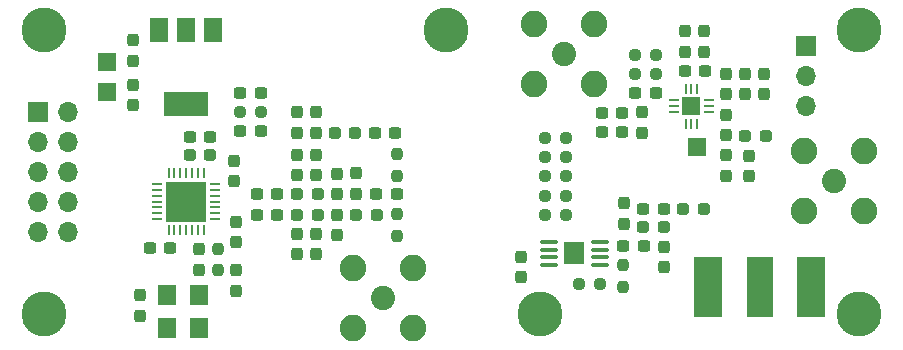
<source format=gts>
%TF.GenerationSoftware,KiCad,Pcbnew,6.0.0*%
%TF.CreationDate,2022-01-11T02:49:15-08:00*%
%TF.ProjectId,ax5043,61783530-3433-42e6-9b69-6361645f7063,rev?*%
%TF.SameCoordinates,Original*%
%TF.FileFunction,Soldermask,Top*%
%TF.FilePolarity,Negative*%
%FSLAX46Y46*%
G04 Gerber Fmt 4.6, Leading zero omitted, Abs format (unit mm)*
G04 Created by KiCad (PCBNEW 6.0.0) date 2022-01-11 02:49:15*
%MOMM*%
%LPD*%
G01*
G04 APERTURE LIST*
G04 Aperture macros list*
%AMRoundRect*
0 Rectangle with rounded corners*
0 $1 Rounding radius*
0 $2 $3 $4 $5 $6 $7 $8 $9 X,Y pos of 4 corners*
0 Add a 4 corners polygon primitive as box body*
4,1,4,$2,$3,$4,$5,$6,$7,$8,$9,$2,$3,0*
0 Add four circle primitives for the rounded corners*
1,1,$1+$1,$2,$3*
1,1,$1+$1,$4,$5*
1,1,$1+$1,$6,$7*
1,1,$1+$1,$8,$9*
0 Add four rect primitives between the rounded corners*
20,1,$1+$1,$2,$3,$4,$5,0*
20,1,$1+$1,$4,$5,$6,$7,0*
20,1,$1+$1,$6,$7,$8,$9,0*
20,1,$1+$1,$8,$9,$2,$3,0*%
G04 Aperture macros list end*
%ADD10RoundRect,0.237500X-0.237500X0.300000X-0.237500X-0.300000X0.237500X-0.300000X0.237500X0.300000X0*%
%ADD11RoundRect,0.237500X0.237500X-0.300000X0.237500X0.300000X-0.237500X0.300000X-0.237500X-0.300000X0*%
%ADD12RoundRect,0.237500X-0.300000X-0.237500X0.300000X-0.237500X0.300000X0.237500X-0.300000X0.237500X0*%
%ADD13RoundRect,0.237500X0.300000X0.237500X-0.300000X0.237500X-0.300000X-0.237500X0.300000X-0.237500X0*%
%ADD14C,2.600000*%
%ADD15C,3.800000*%
%ADD16RoundRect,0.062500X0.337500X0.062500X-0.337500X0.062500X-0.337500X-0.062500X0.337500X-0.062500X0*%
%ADD17RoundRect,0.062500X0.062500X0.337500X-0.062500X0.337500X-0.062500X-0.337500X0.062500X-0.337500X0*%
%ADD18R,3.350000X3.350000*%
%ADD19RoundRect,0.237500X-0.287500X-0.237500X0.287500X-0.237500X0.287500X0.237500X-0.287500X0.237500X0*%
%ADD20RoundRect,0.237500X-0.237500X0.287500X-0.237500X-0.287500X0.237500X-0.287500X0.237500X0.287500X0*%
%ADD21RoundRect,0.062500X-0.350000X-0.062500X0.350000X-0.062500X0.350000X0.062500X-0.350000X0.062500X0*%
%ADD22RoundRect,0.062500X-0.062500X-0.350000X0.062500X-0.350000X0.062500X0.350000X-0.062500X0.350000X0*%
%ADD23R,1.650000X1.650000*%
%ADD24RoundRect,0.237500X0.237500X-0.287500X0.237500X0.287500X-0.237500X0.287500X-0.237500X-0.287500X0*%
%ADD25R,1.700000X1.700000*%
%ADD26O,1.700000X1.700000*%
%ADD27R,1.540000X1.800000*%
%ADD28RoundRect,0.237500X0.250000X0.237500X-0.250000X0.237500X-0.250000X-0.237500X0.250000X-0.237500X0*%
%ADD29R,1.500000X1.500000*%
%ADD30RoundRect,0.237500X0.237500X-0.250000X0.237500X0.250000X-0.237500X0.250000X-0.237500X-0.250000X0*%
%ADD31RoundRect,0.237500X-0.237500X0.250000X-0.237500X-0.250000X0.237500X-0.250000X0.237500X0.250000X0*%
%ADD32RoundRect,0.237500X-0.250000X-0.237500X0.250000X-0.237500X0.250000X0.237500X-0.250000X0.237500X0*%
%ADD33RoundRect,0.237500X0.287500X0.237500X-0.287500X0.237500X-0.287500X-0.237500X0.287500X-0.237500X0*%
%ADD34R,2.290000X5.080000*%
%ADD35R,2.420000X5.080000*%
%ADD36C,2.050000*%
%ADD37C,2.250000*%
%ADD38RoundRect,0.100000X0.625000X0.100000X-0.625000X0.100000X-0.625000X-0.100000X0.625000X-0.100000X0*%
%ADD39R,1.680000X1.880000*%
%ADD40R,1.500000X2.000000*%
%ADD41R,3.800000X2.000000*%
G04 APERTURE END LIST*
D10*
%TO.C,C101*%
X60500000Y-53837500D03*
X60500000Y-55562500D03*
%TD*%
D11*
%TO.C,C210*%
X112700000Y-65362500D03*
X112700000Y-63637500D03*
%TD*%
D12*
%TO.C,C116*%
X71037500Y-68600000D03*
X72762500Y-68600000D03*
%TD*%
D13*
%TO.C,C120*%
X82862500Y-66900000D03*
X81137500Y-66900000D03*
%TD*%
D12*
%TO.C,C107*%
X69637500Y-61500000D03*
X71362500Y-61500000D03*
%TD*%
D14*
%TO.C,H201*%
X95000000Y-77000000D03*
D15*
X95000000Y-77000000D03*
%TD*%
D16*
%TO.C,U103*%
X67500000Y-69000000D03*
X67500000Y-68500000D03*
X67500000Y-68000000D03*
X67500000Y-67500000D03*
X67500000Y-67000000D03*
X67500000Y-66500000D03*
X67500000Y-66000000D03*
D17*
X66550000Y-65050000D03*
X66050000Y-65050000D03*
X65550000Y-65050000D03*
X65050000Y-65050000D03*
X64550000Y-65050000D03*
X64050000Y-65050000D03*
X63550000Y-65050000D03*
D16*
X62600000Y-66000000D03*
X62600000Y-66500000D03*
X62600000Y-67000000D03*
X62600000Y-67500000D03*
X62600000Y-68000000D03*
X62600000Y-68500000D03*
X62600000Y-69000000D03*
D17*
X63550000Y-69950000D03*
X64050000Y-69950000D03*
X64550000Y-69950000D03*
X65050000Y-69950000D03*
X65550000Y-69950000D03*
X66050000Y-69950000D03*
X66550000Y-69950000D03*
D18*
X65050000Y-67500000D03*
%TD*%
D10*
%TO.C,C204*%
X108843750Y-53075000D03*
X108843750Y-54800000D03*
%TD*%
D19*
%TO.C,L204*%
X112368750Y-61937500D03*
X114118750Y-61937500D03*
%TD*%
D20*
%TO.C,L205*%
X110743750Y-63562500D03*
X110743750Y-65312500D03*
%TD*%
D21*
%TO.C,U201*%
X106356250Y-58937500D03*
X106356250Y-59437500D03*
X106356250Y-59937500D03*
D22*
X107318750Y-60900000D03*
X107818750Y-60900000D03*
X108318750Y-60900000D03*
D21*
X109281250Y-59937500D03*
X109281250Y-59437500D03*
X109281250Y-58937500D03*
D22*
X108318750Y-57975000D03*
X107818750Y-57975000D03*
X107318750Y-57975000D03*
D23*
X107818750Y-59437500D03*
%TD*%
D12*
%TO.C,C115*%
X71037500Y-66900000D03*
X72762500Y-66900000D03*
%TD*%
D24*
%TO.C,L109*%
X79400000Y-66875000D03*
X79400000Y-65125000D03*
%TD*%
D13*
%TO.C,C202*%
X101981250Y-60037500D03*
X100256250Y-60037500D03*
%TD*%
D19*
%TO.C,L111*%
X107125000Y-68100000D03*
X108875000Y-68100000D03*
%TD*%
D25*
%TO.C,J203*%
X117500000Y-54375000D03*
D26*
X117500000Y-56915000D03*
X117500000Y-59455000D03*
%TD*%
D10*
%TO.C,C206*%
X93400000Y-72175000D03*
X93400000Y-73900000D03*
%TD*%
D19*
%TO.C,L106*%
X74425000Y-66900000D03*
X76175000Y-66900000D03*
%TD*%
D25*
%TO.C,J101*%
X52460000Y-59920000D03*
D26*
X55000000Y-59920000D03*
X52460000Y-62460000D03*
X55000000Y-62460000D03*
X52460000Y-65000000D03*
X55000000Y-65000000D03*
X52460000Y-67540000D03*
X55000000Y-67540000D03*
X52460000Y-70080000D03*
X55000000Y-70080000D03*
%TD*%
D27*
%TO.C,U102*%
X63460000Y-78200000D03*
X66140000Y-78200000D03*
X66140000Y-75400000D03*
X63460000Y-75400000D03*
%TD*%
D11*
%TO.C,C106*%
X69300000Y-75062500D03*
X69300000Y-73337500D03*
%TD*%
D10*
%TO.C,C119*%
X77800000Y-68637500D03*
X77800000Y-70362500D03*
%TD*%
%TO.C,C209*%
X113943750Y-56675000D03*
X113943750Y-58400000D03*
%TD*%
D20*
%TO.C,L103*%
X74400000Y-70225000D03*
X74400000Y-71975000D03*
%TD*%
D28*
%TO.C,R203*%
X97212500Y-65300000D03*
X95387500Y-65300000D03*
%TD*%
D29*
%TO.C,TP201*%
X108300000Y-62900000D03*
%TD*%
D10*
%TO.C,C123*%
X102100000Y-67637500D03*
X102100000Y-69362500D03*
%TD*%
D30*
%TO.C,R102*%
X67700000Y-73312500D03*
X67700000Y-71487500D03*
%TD*%
D28*
%TO.C,C121*%
X100112500Y-74500000D03*
X98287500Y-74500000D03*
%TD*%
D29*
%TO.C,TP102*%
X58300000Y-58200000D03*
%TD*%
D31*
%TO.C,R104*%
X82900000Y-63487500D03*
X82900000Y-65312500D03*
%TD*%
D32*
%TO.C,R202*%
X95387500Y-63700000D03*
X97212500Y-63700000D03*
%TD*%
D12*
%TO.C,C203*%
X103056250Y-58337500D03*
X104781250Y-58337500D03*
%TD*%
D32*
%TO.C,R103*%
X95387500Y-68600000D03*
X97212500Y-68600000D03*
%TD*%
D10*
%TO.C,C207*%
X110743750Y-60175000D03*
X110743750Y-61900000D03*
%TD*%
D15*
%TO.C,H101*%
X53000000Y-77000000D03*
D14*
X53000000Y-77000000D03*
%TD*%
D20*
%TO.C,L203*%
X110743750Y-56662500D03*
X110743750Y-58412500D03*
%TD*%
D24*
%TO.C,L202*%
X107243750Y-54812500D03*
X107243750Y-53062500D03*
%TD*%
D33*
%TO.C,L108*%
X81175000Y-68600000D03*
X79425000Y-68600000D03*
%TD*%
D10*
%TO.C,C118*%
X77800000Y-65137500D03*
X77800000Y-66862500D03*
%TD*%
%TO.C,C114*%
X76000000Y-70237500D03*
X76000000Y-71962500D03*
%TD*%
D34*
%TO.C,J103*%
X113600000Y-74730000D03*
D35*
X109220000Y-74730000D03*
X117980000Y-74730000D03*
%TD*%
D14*
%TO.C,H102*%
X53000000Y-53000000D03*
D15*
X53000000Y-53000000D03*
%TD*%
D31*
%TO.C,R105*%
X102000000Y-72887500D03*
X102000000Y-74712500D03*
%TD*%
D15*
%TO.C,H203*%
X122000000Y-53000000D03*
D14*
X122000000Y-53000000D03*
%TD*%
D11*
%TO.C,C110*%
X69300000Y-70962500D03*
X69300000Y-69237500D03*
%TD*%
D28*
%TO.C,R206*%
X97212500Y-67000000D03*
X95387500Y-67000000D03*
%TD*%
D19*
%TO.C,L107*%
X74425000Y-68600000D03*
X76175000Y-68600000D03*
%TD*%
D10*
%TO.C,C111*%
X69100000Y-64037500D03*
X69100000Y-65762500D03*
%TD*%
D36*
%TO.C,J102*%
X81700000Y-75700000D03*
D37*
X79160000Y-78240000D03*
X84240000Y-78240000D03*
X84240000Y-73160000D03*
X79160000Y-73160000D03*
%TD*%
D19*
%TO.C,L101*%
X65325000Y-63600000D03*
X67075000Y-63600000D03*
%TD*%
D24*
%TO.C,L104*%
X76000000Y-61675000D03*
X76000000Y-59925000D03*
%TD*%
D36*
%TO.C,J201*%
X97000000Y-55000000D03*
D37*
X94460000Y-52460000D03*
X94460000Y-57540000D03*
X99540000Y-52460000D03*
X99540000Y-57540000D03*
%TD*%
D32*
%TO.C,R205*%
X103006250Y-55137500D03*
X104831250Y-55137500D03*
%TD*%
D10*
%TO.C,C208*%
X112343750Y-56675000D03*
X112343750Y-58400000D03*
%TD*%
D19*
%TO.C,L105*%
X77625000Y-61700000D03*
X79375000Y-61700000D03*
%TD*%
D32*
%TO.C,R204*%
X103006250Y-56737500D03*
X104831250Y-56737500D03*
%TD*%
D13*
%TO.C,C104*%
X71362500Y-58300000D03*
X69637500Y-58300000D03*
%TD*%
D12*
%TO.C,C124*%
X103737500Y-68100000D03*
X105462500Y-68100000D03*
%TD*%
%TO.C,C205*%
X107256250Y-56437500D03*
X108981250Y-56437500D03*
%TD*%
D10*
%TO.C,C103*%
X61100000Y-75437500D03*
X61100000Y-77162500D03*
%TD*%
D29*
%TO.C,TP101*%
X58300000Y-55700000D03*
%TD*%
D31*
%TO.C,R106*%
X82900000Y-68587500D03*
X82900000Y-70412500D03*
%TD*%
D32*
%TO.C,R201*%
X95387500Y-62100000D03*
X97212500Y-62100000D03*
%TD*%
D20*
%TO.C,L102*%
X74400000Y-63525000D03*
X74400000Y-65275000D03*
%TD*%
D38*
%TO.C,U104*%
X100050000Y-72875000D03*
X100050000Y-72225000D03*
X100050000Y-71575000D03*
X100050000Y-70925000D03*
X95750000Y-70925000D03*
X95750000Y-71575000D03*
X95750000Y-72225000D03*
X95750000Y-72875000D03*
D39*
X97900000Y-71900000D03*
%TD*%
D11*
%TO.C,C105*%
X66100000Y-73262500D03*
X66100000Y-71537500D03*
%TD*%
D10*
%TO.C,C113*%
X76000000Y-63537500D03*
X76000000Y-65262500D03*
%TD*%
D14*
%TO.C,H202*%
X122000000Y-77000000D03*
D15*
X122000000Y-77000000D03*
%TD*%
D13*
%TO.C,C201*%
X101981250Y-61637500D03*
X100256250Y-61637500D03*
%TD*%
D36*
%TO.C,J202*%
X119900000Y-65800000D03*
D37*
X122440000Y-63260000D03*
X117360000Y-68340000D03*
X122440000Y-68340000D03*
X117360000Y-63260000D03*
%TD*%
D19*
%TO.C,L110*%
X103725000Y-69700000D03*
X105475000Y-69700000D03*
%TD*%
D10*
%TO.C,C125*%
X105500000Y-71337500D03*
X105500000Y-73062500D03*
%TD*%
D24*
%TO.C,L201*%
X103618750Y-61712500D03*
X103618750Y-59962500D03*
%TD*%
D11*
%TO.C,C102*%
X60500000Y-59362500D03*
X60500000Y-57637500D03*
%TD*%
D14*
%TO.C,H103*%
X87000000Y-53000000D03*
D15*
X87000000Y-53000000D03*
%TD*%
D32*
%TO.C,R101*%
X69587500Y-59900000D03*
X71412500Y-59900000D03*
%TD*%
D12*
%TO.C,C122*%
X102037500Y-71300000D03*
X103762500Y-71300000D03*
%TD*%
%TO.C,C117*%
X81037500Y-61700000D03*
X82762500Y-61700000D03*
%TD*%
D11*
%TO.C,C112*%
X74400000Y-61662500D03*
X74400000Y-59937500D03*
%TD*%
D12*
%TO.C,C109*%
X61975000Y-71400000D03*
X63700000Y-71400000D03*
%TD*%
D13*
%TO.C,C108*%
X67062500Y-62000000D03*
X65337500Y-62000000D03*
%TD*%
D40*
%TO.C,U101*%
X67300000Y-52950000D03*
X65000000Y-52950000D03*
D41*
X65000000Y-59250000D03*
D40*
X62700000Y-52950000D03*
%TD*%
M02*

</source>
